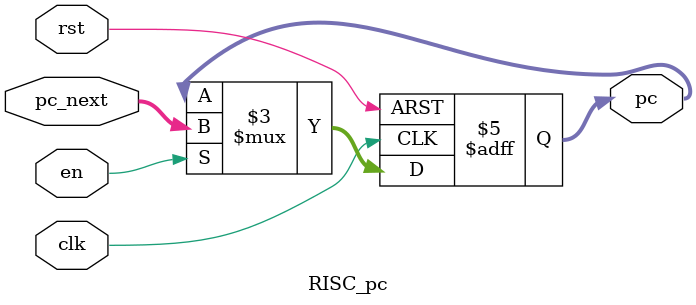
<source format=v>
module RISC_pc #(parameter WIDTH = 32)(
input wire clk,
input wire rst,
input wire en,
input wire [WIDTH-1:0] pc_next,

output reg [WIDTH-1:0] pc
);

always @(posedge clk or negedge rst) begin
if(!rst)
	pc <= 'b0;
else if(en)
	pc <= pc_next;
end

endmodule

</source>
